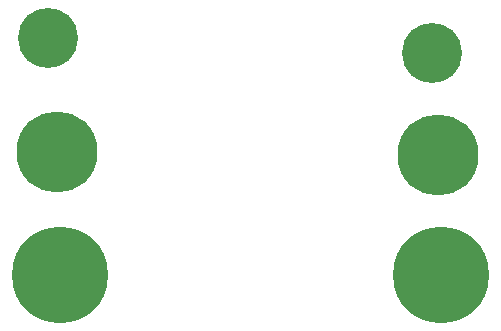
<source format=gbr>
G04 start of page 3 for group 1 idx 1 *
G04 Title: (unknown), solder *
G04 Creator: pcb 20110918 *
G04 CreationDate: Fri Nov 15 20:15:44 2013 UTC *
G04 For: fosse *
G04 Format: Gerber/RS-274X *
G04 PCB-Dimensions: 200000 200000 *
G04 PCB-Coordinate-Origin: lower left *
%MOIN*%
%FSLAX25Y25*%
%LNBOTTOM*%
%ADD29C,0.1440*%
%ADD28C,0.1160*%
%ADD27C,0.0890*%
%ADD26C,0.1495*%
%ADD25C,0.1285*%
%ADD24C,0.0960*%
%ADD23C,0.3200*%
%ADD22C,0.2700*%
%ADD21C,0.2000*%
G54D21*X13000Y176000D03*
G54D22*X16000Y138000D03*
G54D23*X17000Y97000D03*
G54D21*X141000Y171000D03*
G54D22*X143000Y137000D03*
G54D23*X144000Y97000D03*
G54D24*G54D25*G54D26*G54D27*G54D28*G54D29*M02*

</source>
